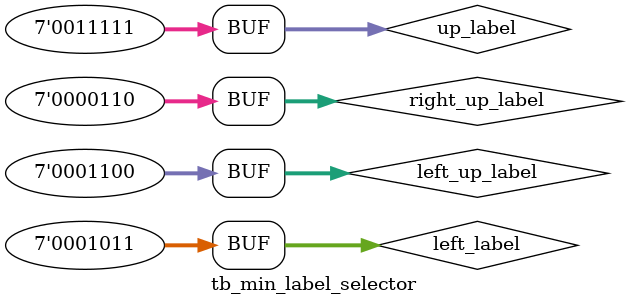
<source format=v>
`timescale 1ns / 1ps


`timescale 1ns / 1ps

`timescale 1ns / 1ps

module tb_min_label_selector;

    // Inputs
    reg [6:0] left_label;
    reg [6:0] left_up_label;
    reg [6:0] up_label;
    reg [6:0] right_up_label;

    // Outputs
    wire [6:0] min_label;

    // Instantiate the Unit Under Test (UUT)
    min_label_selector uut (
        .left_label(left_label),
        .left_up_label(left_up_label),
        .up_label(up_label),
        .right_up_label(right_up_label),
        .min_label(min_label)
    );

    initial begin
        // Initialize Inputs
        left_label = 7'b0000000;
        left_up_label = 7'b0000000;
        up_label = 7'b0000000;
        right_up_label = 7'b0000000;

        // Wait for global reset
        #100;

        // Test case 1: 4 2 3 1
        left_label = 7'b0000100; // 4
        left_up_label = 7'b0000010; // 2
        up_label = 7'b0000011; // 3
        right_up_label = 7'b0000001; // 1
        #10;

        // Test case 2: 7 5 9 2
        left_label = 7'b0000111; // 7
        left_up_label = 7'b0000101; // 5
        up_label = 7'b0001001; // 9
        right_up_label = 7'b0000010; // 2
        #10;

        // Test case 3: 0 0 0 0
        left_label = 7'b0000000; // 0
        left_up_label = 7'b0000000; // 0
        up_label = 7'b0000000; // 0
        right_up_label = 7'b0000000; // 0
        #10;

        // Test case 4: 0 0 0 1
        left_label = 7'b0000000; // 0
        left_up_label = 7'b0000000; // 0
        up_label = 7'b0000000; // 0
        right_up_label = 7'b0000001; // 1
        #10;

        // Test case 5: 11 12 31 6
        left_label = 7'b0001011; // 11
        left_up_label = 7'b0001100; // 12
        up_label = 7'b0011111; // 31
        right_up_label = 7'b0000110; // 6
        #10;
        
        // Add more test cases as needed
    end
      
endmodule


</source>
